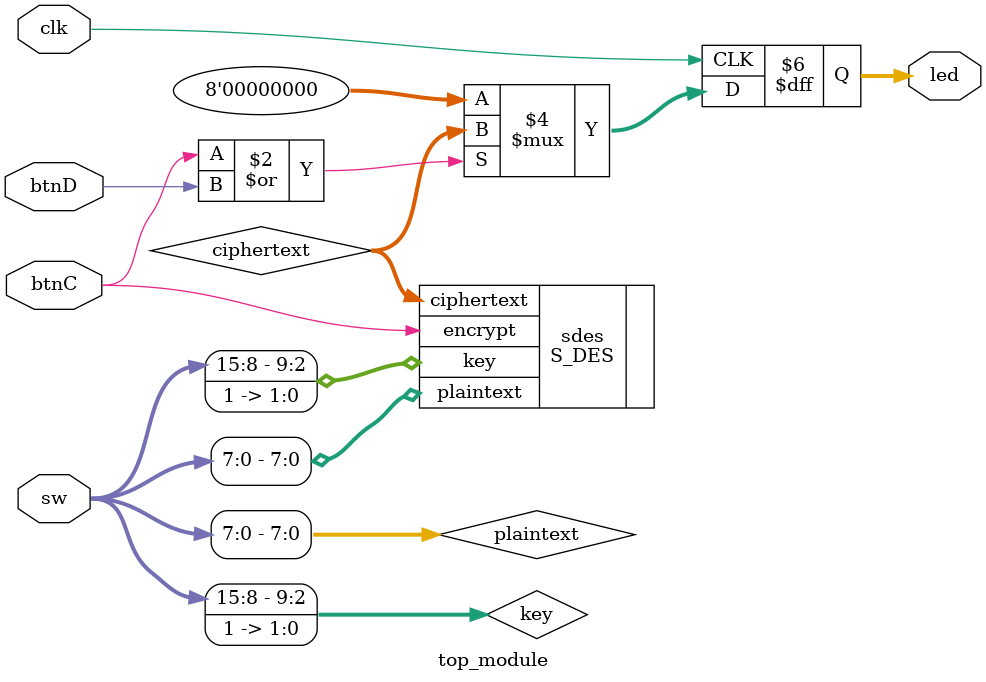
<source format=sv>
module top_module (
    input wire clk,                 // Clock for display multiplexing
    input wire [15:0] sw,           // Switches: sw[7:0] for plaintext, sw[15:6] for key
    input wire btnC,                // Button for encryption mode
    input wire btnD,                // Button for decryption mode
    output reg [7:0] led            // LED output for ciphertext (blinking)
);

    wire [7:0] plaintext = sw[7:0];     // 8-bit plaintext from switches
    wire [9:0] key = {sw[15:8], 2'b11}; // 10-bit key with fixed last 2 bits
    wire [7:0] ciphertext;              // Encrypted output

    // Instantiate the S-DES module
    S_DES sdes (
        .plaintext(plaintext),
        .key(key),
        .encrypt(btnC),   // Encrypt when button is pressed
        .ciphertext(ciphertext)
    );

    

    // LED Blinking for Ciphertext Output
    always @(posedge clk) begin
      if (btnC | btnD) begin
            led <= ciphertext; // Show encrypted data on LEDs
        end else begin
            led <= 8'b00000000; // Turn off LEDs when not encrypting
        end
    end


endmodule

</source>
